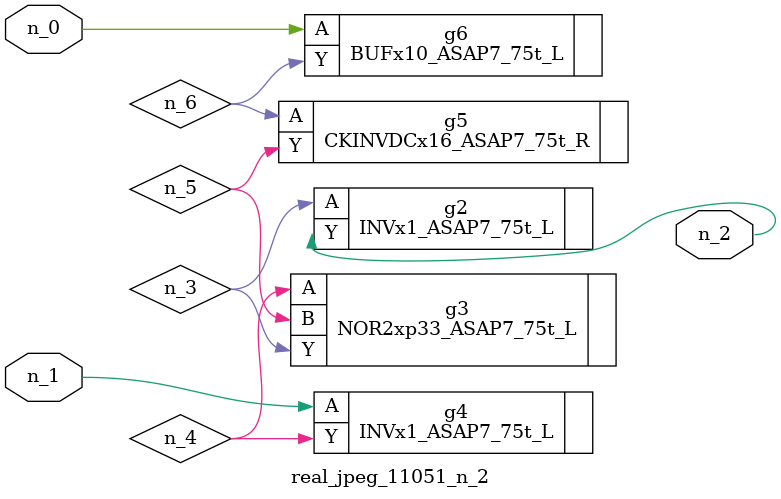
<source format=v>
module real_jpeg_11051_n_2 (n_1, n_0, n_2);

input n_1;
input n_0;

output n_2;

wire n_5;
wire n_4;
wire n_6;
wire n_3;

BUFx10_ASAP7_75t_L g6 ( 
.A(n_0),
.Y(n_6)
);

INVx1_ASAP7_75t_L g4 ( 
.A(n_1),
.Y(n_4)
);

INVx1_ASAP7_75t_L g2 ( 
.A(n_3),
.Y(n_2)
);

NOR2xp33_ASAP7_75t_L g3 ( 
.A(n_4),
.B(n_5),
.Y(n_3)
);

CKINVDCx16_ASAP7_75t_R g5 ( 
.A(n_6),
.Y(n_5)
);


endmodule
</source>
